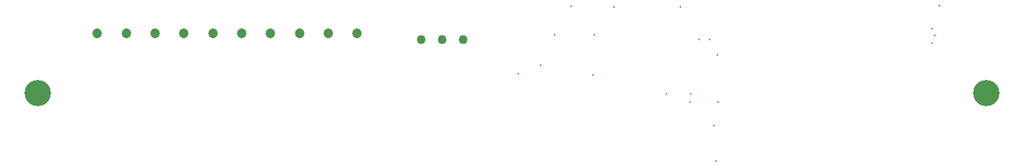
<source format=gbr>
%TF.GenerationSoftware,KiCad,Pcbnew,8.0.3*%
%TF.CreationDate,2025-03-09T15:38:44-04:00*%
%TF.ProjectId,200280rB,32303032-3830-4724-922e-6b696361645f,rev?*%
%TF.SameCoordinates,PX3473bc0PY5f5e100*%
%TF.FileFunction,Plated,1,2,PTH,Drill*%
%TF.FilePolarity,Positive*%
%FSLAX46Y46*%
G04 Gerber Fmt 4.6, Leading zero omitted, Abs format (unit mm)*
G04 Created by KiCad (PCBNEW 8.0.3) date 2025-03-09 15:38:44*
%MOMM*%
%LPD*%
G01*
G04 APERTURE LIST*
%TA.AperFunction,ViaDrill*%
%ADD10C,0.300000*%
%TD*%
%TA.AperFunction,ComponentDrill*%
%ADD11C,1.100000*%
%TD*%
%TA.AperFunction,ComponentDrill*%
%ADD12C,1.200000*%
%TD*%
%TA.AperFunction,ComponentDrill*%
%ADD13C,3.200000*%
%TD*%
G04 APERTURE END LIST*
D10*
X63300000Y14900000D03*
X66000000Y15900000D03*
X67700000Y19600000D03*
X69700000Y23100000D03*
X72300000Y14700000D03*
X72500000Y19600000D03*
X74900000Y23000000D03*
X81200000Y12400000D03*
X82950000Y23000000D03*
X84100000Y11425000D03*
X84200000Y12400000D03*
X85200000Y19000000D03*
X86500000Y19000000D03*
X87000000Y8500000D03*
X87250000Y4250000D03*
X87400000Y17200000D03*
X87500000Y11400000D03*
X113400000Y20400000D03*
X113400000Y18600000D03*
X113700000Y19533000D03*
X114300000Y23200000D03*
D11*
%TO.C,U1*%
X51460000Y19000000D03*
X54000000Y19000000D03*
X56540000Y19000000D03*
D12*
%TO.C,J1*%
X12250000Y19750000D03*
X15750000Y19750000D03*
X19250000Y19750000D03*
X22750000Y19750000D03*
X26250000Y19750000D03*
X29750000Y19750000D03*
X33250000Y19750000D03*
X36750000Y19750000D03*
X40250000Y19750000D03*
X43750000Y19750000D03*
D13*
%TO.C,H1*%
X5000000Y12500000D03*
%TO.C,H2*%
X120000000Y12500000D03*
M02*

</source>
